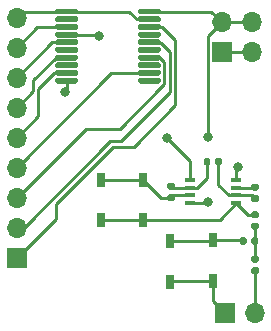
<source format=gbr>
%TF.GenerationSoftware,KiCad,Pcbnew,(5.1.6)-1*%
%TF.CreationDate,2020-09-22T22:17:54+03:00*%
%TF.ProjectId,Tape devboard,54617065-2064-4657-9662-6f6172642e6b,rev?*%
%TF.SameCoordinates,Original*%
%TF.FileFunction,Copper,L1,Top*%
%TF.FilePolarity,Positive*%
%FSLAX46Y46*%
G04 Gerber Fmt 4.6, Leading zero omitted, Abs format (unit mm)*
G04 Created by KiCad (PCBNEW (5.1.6)-1) date 2020-09-22 22:17:54*
%MOMM*%
%LPD*%
G01*
G04 APERTURE LIST*
%TA.AperFunction,ComponentPad*%
%ADD10O,1.700000X1.700000*%
%TD*%
%TA.AperFunction,ComponentPad*%
%ADD11R,1.700000X1.700000*%
%TD*%
%TA.AperFunction,SMDPad,CuDef*%
%ADD12R,0.950000X0.450000*%
%TD*%
%TA.AperFunction,SMDPad,CuDef*%
%ADD13R,0.750000X1.200000*%
%TD*%
%TA.AperFunction,ViaPad*%
%ADD14C,0.800000*%
%TD*%
%TA.AperFunction,Conductor*%
%ADD15C,0.250000*%
%TD*%
G04 APERTURE END LIST*
%TO.P,U10,20*%
%TO.N,+5V*%
%TA.AperFunction,SMDPad,CuDef*%
G36*
G01*
X131201000Y-72384000D02*
X131201000Y-72134000D01*
G75*
G02*
X131326000Y-72009000I125000J0D01*
G01*
X132976000Y-72009000D01*
G75*
G02*
X133101000Y-72134000I0J-125000D01*
G01*
X133101000Y-72384000D01*
G75*
G02*
X132976000Y-72509000I-125000J0D01*
G01*
X131326000Y-72509000D01*
G75*
G02*
X131201000Y-72384000I0J125000D01*
G01*
G37*
%TD.AperFunction*%
%TO.P,U10,19*%
%TO.N,/FE_RD_ENABLED*%
%TA.AperFunction,SMDPad,CuDef*%
G36*
G01*
X131201000Y-73034000D02*
X131201000Y-72784000D01*
G75*
G02*
X131326000Y-72659000I125000J0D01*
G01*
X132976000Y-72659000D01*
G75*
G02*
X133101000Y-72784000I0J-125000D01*
G01*
X133101000Y-73034000D01*
G75*
G02*
X132976000Y-73159000I-125000J0D01*
G01*
X131326000Y-73159000D01*
G75*
G02*
X131201000Y-73034000I0J125000D01*
G01*
G37*
%TD.AperFunction*%
%TO.P,U10,18*%
%TO.N,/D7*%
%TA.AperFunction,SMDPad,CuDef*%
G36*
G01*
X131201000Y-73684000D02*
X131201000Y-73434000D01*
G75*
G02*
X131326000Y-73309000I125000J0D01*
G01*
X132976000Y-73309000D01*
G75*
G02*
X133101000Y-73434000I0J-125000D01*
G01*
X133101000Y-73684000D01*
G75*
G02*
X132976000Y-73809000I-125000J0D01*
G01*
X131326000Y-73809000D01*
G75*
G02*
X131201000Y-73684000I0J125000D01*
G01*
G37*
%TD.AperFunction*%
%TO.P,U10,17*%
%TO.N,N/C*%
%TA.AperFunction,SMDPad,CuDef*%
G36*
G01*
X131201000Y-74334000D02*
X131201000Y-74084000D01*
G75*
G02*
X131326000Y-73959000I125000J0D01*
G01*
X132976000Y-73959000D01*
G75*
G02*
X133101000Y-74084000I0J-125000D01*
G01*
X133101000Y-74334000D01*
G75*
G02*
X132976000Y-74459000I-125000J0D01*
G01*
X131326000Y-74459000D01*
G75*
G02*
X131201000Y-74334000I0J125000D01*
G01*
G37*
%TD.AperFunction*%
%TO.P,U10,16*%
%TO.N,/D6*%
%TA.AperFunction,SMDPad,CuDef*%
G36*
G01*
X131201000Y-74984000D02*
X131201000Y-74734000D01*
G75*
G02*
X131326000Y-74609000I125000J0D01*
G01*
X132976000Y-74609000D01*
G75*
G02*
X133101000Y-74734000I0J-125000D01*
G01*
X133101000Y-74984000D01*
G75*
G02*
X132976000Y-75109000I-125000J0D01*
G01*
X131326000Y-75109000D01*
G75*
G02*
X131201000Y-74984000I0J125000D01*
G01*
G37*
%TD.AperFunction*%
%TO.P,U10,15*%
%TO.N,N/C*%
%TA.AperFunction,SMDPad,CuDef*%
G36*
G01*
X131201000Y-75634000D02*
X131201000Y-75384000D01*
G75*
G02*
X131326000Y-75259000I125000J0D01*
G01*
X132976000Y-75259000D01*
G75*
G02*
X133101000Y-75384000I0J-125000D01*
G01*
X133101000Y-75634000D01*
G75*
G02*
X132976000Y-75759000I-125000J0D01*
G01*
X131326000Y-75759000D01*
G75*
G02*
X131201000Y-75634000I0J125000D01*
G01*
G37*
%TD.AperFunction*%
%TO.P,U10,14*%
%TO.N,/D5*%
%TA.AperFunction,SMDPad,CuDef*%
G36*
G01*
X131201000Y-76284000D02*
X131201000Y-76034000D01*
G75*
G02*
X131326000Y-75909000I125000J0D01*
G01*
X132976000Y-75909000D01*
G75*
G02*
X133101000Y-76034000I0J-125000D01*
G01*
X133101000Y-76284000D01*
G75*
G02*
X132976000Y-76409000I-125000J0D01*
G01*
X131326000Y-76409000D01*
G75*
G02*
X131201000Y-76284000I0J125000D01*
G01*
G37*
%TD.AperFunction*%
%TO.P,U10,13*%
%TO.N,N/C*%
%TA.AperFunction,SMDPad,CuDef*%
G36*
G01*
X131201000Y-76934000D02*
X131201000Y-76684000D01*
G75*
G02*
X131326000Y-76559000I125000J0D01*
G01*
X132976000Y-76559000D01*
G75*
G02*
X133101000Y-76684000I0J-125000D01*
G01*
X133101000Y-76934000D01*
G75*
G02*
X132976000Y-77059000I-125000J0D01*
G01*
X131326000Y-77059000D01*
G75*
G02*
X131201000Y-76934000I0J125000D01*
G01*
G37*
%TD.AperFunction*%
%TO.P,U10,12*%
%TO.N,/D4*%
%TA.AperFunction,SMDPad,CuDef*%
G36*
G01*
X131201000Y-77584000D02*
X131201000Y-77334000D01*
G75*
G02*
X131326000Y-77209000I125000J0D01*
G01*
X132976000Y-77209000D01*
G75*
G02*
X133101000Y-77334000I0J-125000D01*
G01*
X133101000Y-77584000D01*
G75*
G02*
X132976000Y-77709000I-125000J0D01*
G01*
X131326000Y-77709000D01*
G75*
G02*
X131201000Y-77584000I0J125000D01*
G01*
G37*
%TD.AperFunction*%
%TO.P,U10,11*%
%TO.N,N/C*%
%TA.AperFunction,SMDPad,CuDef*%
G36*
G01*
X131201000Y-78234000D02*
X131201000Y-77984000D01*
G75*
G02*
X131326000Y-77859000I125000J0D01*
G01*
X132976000Y-77859000D01*
G75*
G02*
X133101000Y-77984000I0J-125000D01*
G01*
X133101000Y-78234000D01*
G75*
G02*
X132976000Y-78359000I-125000J0D01*
G01*
X131326000Y-78359000D01*
G75*
G02*
X131201000Y-78234000I0J125000D01*
G01*
G37*
%TD.AperFunction*%
%TO.P,U10,10*%
%TO.N,GND*%
%TA.AperFunction,SMDPad,CuDef*%
G36*
G01*
X124201000Y-78234000D02*
X124201000Y-77984000D01*
G75*
G02*
X124326000Y-77859000I125000J0D01*
G01*
X125976000Y-77859000D01*
G75*
G02*
X126101000Y-77984000I0J-125000D01*
G01*
X126101000Y-78234000D01*
G75*
G02*
X125976000Y-78359000I-125000J0D01*
G01*
X124326000Y-78359000D01*
G75*
G02*
X124201000Y-78234000I0J125000D01*
G01*
G37*
%TD.AperFunction*%
%TO.P,U10,9*%
%TO.N,/D3*%
%TA.AperFunction,SMDPad,CuDef*%
G36*
G01*
X124201000Y-77584000D02*
X124201000Y-77334000D01*
G75*
G02*
X124326000Y-77209000I125000J0D01*
G01*
X125976000Y-77209000D01*
G75*
G02*
X126101000Y-77334000I0J-125000D01*
G01*
X126101000Y-77584000D01*
G75*
G02*
X125976000Y-77709000I-125000J0D01*
G01*
X124326000Y-77709000D01*
G75*
G02*
X124201000Y-77584000I0J125000D01*
G01*
G37*
%TD.AperFunction*%
%TO.P,U10,8*%
%TO.N,N/C*%
%TA.AperFunction,SMDPad,CuDef*%
G36*
G01*
X124201000Y-76934000D02*
X124201000Y-76684000D01*
G75*
G02*
X124326000Y-76559000I125000J0D01*
G01*
X125976000Y-76559000D01*
G75*
G02*
X126101000Y-76684000I0J-125000D01*
G01*
X126101000Y-76934000D01*
G75*
G02*
X125976000Y-77059000I-125000J0D01*
G01*
X124326000Y-77059000D01*
G75*
G02*
X124201000Y-76934000I0J125000D01*
G01*
G37*
%TD.AperFunction*%
%TO.P,U10,7*%
%TO.N,/D2*%
%TA.AperFunction,SMDPad,CuDef*%
G36*
G01*
X124201000Y-76284000D02*
X124201000Y-76034000D01*
G75*
G02*
X124326000Y-75909000I125000J0D01*
G01*
X125976000Y-75909000D01*
G75*
G02*
X126101000Y-76034000I0J-125000D01*
G01*
X126101000Y-76284000D01*
G75*
G02*
X125976000Y-76409000I-125000J0D01*
G01*
X124326000Y-76409000D01*
G75*
G02*
X124201000Y-76284000I0J125000D01*
G01*
G37*
%TD.AperFunction*%
%TO.P,U10,6*%
%TO.N,N/C*%
%TA.AperFunction,SMDPad,CuDef*%
G36*
G01*
X124201000Y-75634000D02*
X124201000Y-75384000D01*
G75*
G02*
X124326000Y-75259000I125000J0D01*
G01*
X125976000Y-75259000D01*
G75*
G02*
X126101000Y-75384000I0J-125000D01*
G01*
X126101000Y-75634000D01*
G75*
G02*
X125976000Y-75759000I-125000J0D01*
G01*
X124326000Y-75759000D01*
G75*
G02*
X124201000Y-75634000I0J125000D01*
G01*
G37*
%TD.AperFunction*%
%TO.P,U10,5*%
%TO.N,/D1*%
%TA.AperFunction,SMDPad,CuDef*%
G36*
G01*
X124201000Y-74984000D02*
X124201000Y-74734000D01*
G75*
G02*
X124326000Y-74609000I125000J0D01*
G01*
X125976000Y-74609000D01*
G75*
G02*
X126101000Y-74734000I0J-125000D01*
G01*
X126101000Y-74984000D01*
G75*
G02*
X125976000Y-75109000I-125000J0D01*
G01*
X124326000Y-75109000D01*
G75*
G02*
X124201000Y-74984000I0J125000D01*
G01*
G37*
%TD.AperFunction*%
%TO.P,U10,4*%
%TO.N,/TAPE_IN_DIGIT*%
%TA.AperFunction,SMDPad,CuDef*%
G36*
G01*
X124201000Y-74334000D02*
X124201000Y-74084000D01*
G75*
G02*
X124326000Y-73959000I125000J0D01*
G01*
X125976000Y-73959000D01*
G75*
G02*
X126101000Y-74084000I0J-125000D01*
G01*
X126101000Y-74334000D01*
G75*
G02*
X125976000Y-74459000I-125000J0D01*
G01*
X124326000Y-74459000D01*
G75*
G02*
X124201000Y-74334000I0J125000D01*
G01*
G37*
%TD.AperFunction*%
%TO.P,U10,3*%
%TO.N,/D0*%
%TA.AperFunction,SMDPad,CuDef*%
G36*
G01*
X124201000Y-73684000D02*
X124201000Y-73434000D01*
G75*
G02*
X124326000Y-73309000I125000J0D01*
G01*
X125976000Y-73309000D01*
G75*
G02*
X126101000Y-73434000I0J-125000D01*
G01*
X126101000Y-73684000D01*
G75*
G02*
X125976000Y-73809000I-125000J0D01*
G01*
X124326000Y-73809000D01*
G75*
G02*
X124201000Y-73684000I0J125000D01*
G01*
G37*
%TD.AperFunction*%
%TO.P,U10,2*%
%TO.N,N/C*%
%TA.AperFunction,SMDPad,CuDef*%
G36*
G01*
X124201000Y-73034000D02*
X124201000Y-72784000D01*
G75*
G02*
X124326000Y-72659000I125000J0D01*
G01*
X125976000Y-72659000D01*
G75*
G02*
X126101000Y-72784000I0J-125000D01*
G01*
X126101000Y-73034000D01*
G75*
G02*
X125976000Y-73159000I-125000J0D01*
G01*
X124326000Y-73159000D01*
G75*
G02*
X124201000Y-73034000I0J125000D01*
G01*
G37*
%TD.AperFunction*%
%TO.P,U10,1*%
%TO.N,/FE_RD_ENABLED*%
%TA.AperFunction,SMDPad,CuDef*%
G36*
G01*
X124201000Y-72384000D02*
X124201000Y-72134000D01*
G75*
G02*
X124326000Y-72009000I125000J0D01*
G01*
X125976000Y-72009000D01*
G75*
G02*
X126101000Y-72134000I0J-125000D01*
G01*
X126101000Y-72384000D01*
G75*
G02*
X125976000Y-72509000I-125000J0D01*
G01*
X124326000Y-72509000D01*
G75*
G02*
X124201000Y-72384000I0J125000D01*
G01*
G37*
%TD.AperFunction*%
%TD*%
%TO.P,R35,2*%
%TO.N,Net-(C68-Pad2)*%
%TA.AperFunction,SMDPad,CuDef*%
G36*
G01*
X140924500Y-90129000D02*
X141269500Y-90129000D01*
G75*
G02*
X141417000Y-90276500I0J-147500D01*
G01*
X141417000Y-90571500D01*
G75*
G02*
X141269500Y-90719000I-147500J0D01*
G01*
X140924500Y-90719000D01*
G75*
G02*
X140777000Y-90571500I0J147500D01*
G01*
X140777000Y-90276500D01*
G75*
G02*
X140924500Y-90129000I147500J0D01*
G01*
G37*
%TD.AperFunction*%
%TO.P,R35,1*%
%TO.N,Net-(D2-Pad1)*%
%TA.AperFunction,SMDPad,CuDef*%
G36*
G01*
X140924500Y-89159000D02*
X141269500Y-89159000D01*
G75*
G02*
X141417000Y-89306500I0J-147500D01*
G01*
X141417000Y-89601500D01*
G75*
G02*
X141269500Y-89749000I-147500J0D01*
G01*
X140924500Y-89749000D01*
G75*
G02*
X140777000Y-89601500I0J147500D01*
G01*
X140777000Y-89306500D01*
G75*
G02*
X140924500Y-89159000I147500J0D01*
G01*
G37*
%TD.AperFunction*%
%TD*%
%TO.P,R34,2*%
%TO.N,Net-(C70-Pad1)*%
%TA.AperFunction,SMDPad,CuDef*%
G36*
G01*
X137708000Y-85135500D02*
X137708000Y-84790500D01*
G75*
G02*
X137855500Y-84643000I147500J0D01*
G01*
X138150500Y-84643000D01*
G75*
G02*
X138298000Y-84790500I0J-147500D01*
G01*
X138298000Y-85135500D01*
G75*
G02*
X138150500Y-85283000I-147500J0D01*
G01*
X137855500Y-85283000D01*
G75*
G02*
X137708000Y-85135500I0J147500D01*
G01*
G37*
%TD.AperFunction*%
%TO.P,R34,1*%
%TO.N,Net-(C71-Pad1)*%
%TA.AperFunction,SMDPad,CuDef*%
G36*
G01*
X136738000Y-85135500D02*
X136738000Y-84790500D01*
G75*
G02*
X136885500Y-84643000I147500J0D01*
G01*
X137180500Y-84643000D01*
G75*
G02*
X137328000Y-84790500I0J-147500D01*
G01*
X137328000Y-85135500D01*
G75*
G02*
X137180500Y-85283000I-147500J0D01*
G01*
X136885500Y-85283000D01*
G75*
G02*
X136738000Y-85135500I0J147500D01*
G01*
G37*
%TD.AperFunction*%
%TD*%
D10*
%TO.P,J3,4*%
%TO.N,+5V*%
X140843000Y-73152000D03*
%TO.P,J3,3*%
%TO.N,GND*%
X140843000Y-75692000D03*
%TO.P,J3,2*%
%TO.N,+5V*%
X138303000Y-73152000D03*
D11*
%TO.P,J3,1*%
%TO.N,GND*%
X138303000Y-75692000D03*
%TD*%
D10*
%TO.P,J2,9*%
%TO.N,/FE_RD_ENABLED*%
X120904000Y-72771000D03*
%TO.P,J2,8*%
%TO.N,/D0*%
X120904000Y-75311000D03*
%TO.P,J2,7*%
%TO.N,/D1*%
X120904000Y-77851000D03*
%TO.P,J2,6*%
%TO.N,/D2*%
X120904000Y-80391000D03*
%TO.P,J2,5*%
%TO.N,/D3*%
X120904000Y-82931000D03*
%TO.P,J2,4*%
%TO.N,/D4*%
X120904000Y-85471000D03*
%TO.P,J2,3*%
%TO.N,/D5*%
X120904000Y-88011000D03*
%TO.P,J2,2*%
%TO.N,/D6*%
X120904000Y-90551000D03*
D11*
%TO.P,J2,1*%
%TO.N,/D7*%
X120904000Y-93091000D03*
%TD*%
D10*
%TO.P,J1,2*%
%TO.N,/TAPE_IN*%
X141097000Y-97790000D03*
D11*
%TO.P,J1,1*%
%TO.N,GND*%
X138557000Y-97790000D03*
%TD*%
D12*
%TO.P,IC13,8*%
%TO.N,+5V*%
X135566000Y-88478000D03*
%TO.P,IC13,7*%
%TO.N,Net-(C71-Pad2)*%
X135566000Y-87828000D03*
%TO.P,IC13,6*%
%TO.N,Net-(C71-Pad1)*%
X135566000Y-87178000D03*
%TO.P,IC13,5*%
%TO.N,/TAPE_IN_DIGIT*%
X135566000Y-86528000D03*
%TO.P,IC13,4*%
%TO.N,GND*%
X139516000Y-86528000D03*
%TO.P,IC13,3*%
%TO.N,Net-(C70-Pad2)*%
X139516000Y-87178000D03*
%TO.P,IC13,2*%
%TO.N,Net-(C70-Pad1)*%
X139516000Y-87828000D03*
%TO.P,IC13,1*%
%TO.N,Net-(D2-Pad1)*%
X139516000Y-88478000D03*
%TD*%
D13*
%TO.P,D4,2*%
%TO.N,Net-(D2-Pad1)*%
X128016000Y-89916000D03*
%TO.P,D4,1*%
%TO.N,Net-(C71-Pad2)*%
X128016000Y-86516000D03*
%TD*%
%TO.P,D3,2*%
%TO.N,GND*%
X137541000Y-95045000D03*
%TO.P,D3,1*%
%TO.N,Net-(C68-Pad1)*%
X137541000Y-91645000D03*
%TD*%
%TO.P,D2,2*%
%TO.N,Net-(C71-Pad2)*%
X131572000Y-86487000D03*
%TO.P,D2,1*%
%TO.N,Net-(D2-Pad1)*%
X131572000Y-89887000D03*
%TD*%
%TO.P,D1,2*%
%TO.N,Net-(C68-Pad1)*%
X133858000Y-91723000D03*
%TO.P,D1,1*%
%TO.N,GND*%
X133858000Y-95123000D03*
%TD*%
%TO.P,C71,2*%
%TO.N,Net-(C71-Pad2)*%
%TA.AperFunction,SMDPad,CuDef*%
G36*
G01*
X133812500Y-87716000D02*
X134157500Y-87716000D01*
G75*
G02*
X134305000Y-87863500I0J-147500D01*
G01*
X134305000Y-88158500D01*
G75*
G02*
X134157500Y-88306000I-147500J0D01*
G01*
X133812500Y-88306000D01*
G75*
G02*
X133665000Y-88158500I0J147500D01*
G01*
X133665000Y-87863500D01*
G75*
G02*
X133812500Y-87716000I147500J0D01*
G01*
G37*
%TD.AperFunction*%
%TO.P,C71,1*%
%TO.N,Net-(C71-Pad1)*%
%TA.AperFunction,SMDPad,CuDef*%
G36*
G01*
X133812500Y-86746000D02*
X134157500Y-86746000D01*
G75*
G02*
X134305000Y-86893500I0J-147500D01*
G01*
X134305000Y-87188500D01*
G75*
G02*
X134157500Y-87336000I-147500J0D01*
G01*
X133812500Y-87336000D01*
G75*
G02*
X133665000Y-87188500I0J147500D01*
G01*
X133665000Y-86893500D01*
G75*
G02*
X133812500Y-86746000I147500J0D01*
G01*
G37*
%TD.AperFunction*%
%TD*%
%TO.P,C70,2*%
%TO.N,Net-(C70-Pad2)*%
%TA.AperFunction,SMDPad,CuDef*%
G36*
G01*
X141269500Y-87417000D02*
X140924500Y-87417000D01*
G75*
G02*
X140777000Y-87269500I0J147500D01*
G01*
X140777000Y-86974500D01*
G75*
G02*
X140924500Y-86827000I147500J0D01*
G01*
X141269500Y-86827000D01*
G75*
G02*
X141417000Y-86974500I0J-147500D01*
G01*
X141417000Y-87269500D01*
G75*
G02*
X141269500Y-87417000I-147500J0D01*
G01*
G37*
%TD.AperFunction*%
%TO.P,C70,1*%
%TO.N,Net-(C70-Pad1)*%
%TA.AperFunction,SMDPad,CuDef*%
G36*
G01*
X141269500Y-88387000D02*
X140924500Y-88387000D01*
G75*
G02*
X140777000Y-88239500I0J147500D01*
G01*
X140777000Y-87944500D01*
G75*
G02*
X140924500Y-87797000I147500J0D01*
G01*
X141269500Y-87797000D01*
G75*
G02*
X141417000Y-87944500I0J-147500D01*
G01*
X141417000Y-88239500D01*
G75*
G02*
X141269500Y-88387000I-147500J0D01*
G01*
G37*
%TD.AperFunction*%
%TD*%
%TO.P,C69,2*%
%TO.N,/TAPE_IN*%
%TA.AperFunction,SMDPad,CuDef*%
G36*
G01*
X140924500Y-93893000D02*
X141269500Y-93893000D01*
G75*
G02*
X141417000Y-94040500I0J-147500D01*
G01*
X141417000Y-94335500D01*
G75*
G02*
X141269500Y-94483000I-147500J0D01*
G01*
X140924500Y-94483000D01*
G75*
G02*
X140777000Y-94335500I0J147500D01*
G01*
X140777000Y-94040500D01*
G75*
G02*
X140924500Y-93893000I147500J0D01*
G01*
G37*
%TD.AperFunction*%
%TO.P,C69,1*%
%TO.N,Net-(C68-Pad2)*%
%TA.AperFunction,SMDPad,CuDef*%
G36*
G01*
X140924500Y-92923000D02*
X141269500Y-92923000D01*
G75*
G02*
X141417000Y-93070500I0J-147500D01*
G01*
X141417000Y-93365500D01*
G75*
G02*
X141269500Y-93513000I-147500J0D01*
G01*
X140924500Y-93513000D01*
G75*
G02*
X140777000Y-93365500I0J147500D01*
G01*
X140777000Y-93070500D01*
G75*
G02*
X140924500Y-92923000I147500J0D01*
G01*
G37*
%TD.AperFunction*%
%TD*%
%TO.P,C68,2*%
%TO.N,Net-(C68-Pad2)*%
%TA.AperFunction,SMDPad,CuDef*%
G36*
G01*
X140779000Y-91866500D02*
X140779000Y-91521500D01*
G75*
G02*
X140926500Y-91374000I147500J0D01*
G01*
X141221500Y-91374000D01*
G75*
G02*
X141369000Y-91521500I0J-147500D01*
G01*
X141369000Y-91866500D01*
G75*
G02*
X141221500Y-92014000I-147500J0D01*
G01*
X140926500Y-92014000D01*
G75*
G02*
X140779000Y-91866500I0J147500D01*
G01*
G37*
%TD.AperFunction*%
%TO.P,C68,1*%
%TO.N,Net-(C68-Pad1)*%
%TA.AperFunction,SMDPad,CuDef*%
G36*
G01*
X139809000Y-91866500D02*
X139809000Y-91521500D01*
G75*
G02*
X139956500Y-91374000I147500J0D01*
G01*
X140251500Y-91374000D01*
G75*
G02*
X140399000Y-91521500I0J-147500D01*
G01*
X140399000Y-91866500D01*
G75*
G02*
X140251500Y-92014000I-147500J0D01*
G01*
X139956500Y-92014000D01*
G75*
G02*
X139809000Y-91866500I0J147500D01*
G01*
G37*
%TD.AperFunction*%
%TD*%
D14*
%TO.N,GND*%
X139687300Y-85458300D03*
X125006100Y-79095600D03*
%TO.N,+5V*%
X137127999Y-82848199D03*
X137127999Y-88359999D03*
%TO.N,/TAPE_IN_DIGIT*%
X133604000Y-82931000D03*
X127889000Y-74295000D03*
%TD*%
D15*
%TO.N,Net-(C68-Pad2)*%
X141097000Y-91717000D02*
X141074000Y-91694000D01*
X141097000Y-93218000D02*
X141097000Y-91717000D01*
X141074000Y-90447000D02*
X141097000Y-90424000D01*
X141074000Y-91694000D02*
X141074000Y-90447000D01*
%TO.N,Net-(C68-Pad1)*%
X137463000Y-91723000D02*
X137541000Y-91645000D01*
X133858000Y-91723000D02*
X137463000Y-91723000D01*
X140055000Y-91645000D02*
X140104000Y-91694000D01*
X137541000Y-91645000D02*
X140055000Y-91645000D01*
%TO.N,/TAPE_IN*%
X141097000Y-94188000D02*
X141097000Y-97790000D01*
%TO.N,Net-(C70-Pad2)*%
X141041000Y-87178000D02*
X141097000Y-87122000D01*
X139516000Y-87178000D02*
X141041000Y-87178000D01*
%TO.N,Net-(C70-Pad1)*%
X138880998Y-87828000D02*
X139516000Y-87828000D01*
X138003000Y-86950002D02*
X138880998Y-87828000D01*
X138003000Y-84963000D02*
X138003000Y-86950002D01*
X140833000Y-87828000D02*
X141097000Y-88092000D01*
X139516000Y-87828000D02*
X140833000Y-87828000D01*
%TO.N,Net-(C71-Pad2)*%
X131543000Y-86516000D02*
X131572000Y-86487000D01*
X128016000Y-86516000D02*
X131543000Y-86516000D01*
X135566000Y-87828000D02*
X134168000Y-87828000D01*
X133096000Y-88011000D02*
X131572000Y-86487000D01*
X133985000Y-88011000D02*
X133096000Y-88011000D01*
%TO.N,Net-(C71-Pad1)*%
X136201002Y-87178000D02*
X135566000Y-87178000D01*
X137033000Y-86346002D02*
X136201002Y-87178000D01*
X137033000Y-84963000D02*
X137033000Y-86346002D01*
X135566000Y-87178000D02*
X134122000Y-87178000D01*
%TO.N,GND*%
X137541000Y-95045000D02*
X133936000Y-95045000D01*
X137541000Y-96774000D02*
X138557000Y-97790000D01*
X137541000Y-95045000D02*
X137541000Y-96774000D01*
X139516000Y-85629600D02*
X139687300Y-85458300D01*
X139516000Y-86528000D02*
X139516000Y-85629600D01*
X125151000Y-78950700D02*
X125006100Y-79095600D01*
X125151000Y-78109000D02*
X125151000Y-78950700D01*
X140843000Y-75692000D02*
X138303000Y-75692000D01*
%TO.N,Net-(D2-Pad1)*%
X131543000Y-89916000D02*
X131572000Y-89887000D01*
X128016000Y-89916000D02*
X131543000Y-89916000D01*
X140492000Y-89454000D02*
X139516000Y-88478000D01*
X141097000Y-89454000D02*
X140492000Y-89454000D01*
X138107000Y-89887000D02*
X139516000Y-88478000D01*
X131572000Y-89887000D02*
X138107000Y-89887000D01*
%TO.N,+5V*%
X137410000Y-72259000D02*
X138303000Y-73152000D01*
X132151000Y-72259000D02*
X137410000Y-72259000D01*
X138303000Y-73152000D02*
X140843000Y-73152000D01*
X137127999Y-74327001D02*
X137127999Y-82848199D01*
X138303000Y-73152000D02*
X137127999Y-74327001D01*
X137127999Y-82848199D02*
X137127999Y-82848199D01*
X137009998Y-88478000D02*
X135566000Y-88478000D01*
X137127999Y-88359999D02*
X137009998Y-88478000D01*
%TO.N,/TAPE_IN_DIGIT*%
X135566000Y-86528000D02*
X135566000Y-84893000D01*
X135566000Y-84893000D02*
X133604000Y-82931000D01*
X133604000Y-82931000D02*
X133604000Y-82931000D01*
X127803000Y-74209000D02*
X125151000Y-74209000D01*
X127889000Y-74295000D02*
X127803000Y-74209000D01*
%TO.N,/FE_RD_ENABLED*%
X131064608Y-72909000D02*
X132151000Y-72909000D01*
X130414608Y-72259000D02*
X131064608Y-72909000D01*
X121416000Y-72259000D02*
X125151000Y-72259000D01*
X120904000Y-72771000D02*
X121416000Y-72259000D01*
X125151000Y-72259000D02*
X130414608Y-72259000D01*
%TO.N,/D0*%
X120904000Y-75311000D02*
X122656000Y-73559000D01*
X122656000Y-73559000D02*
X125151000Y-73559000D01*
%TO.N,/D1*%
X123896000Y-74859000D02*
X125151000Y-74859000D01*
X120904000Y-77851000D02*
X123896000Y-74859000D01*
%TO.N,/D2*%
X120904000Y-80391000D02*
X122301705Y-78993295D01*
X122301705Y-78071883D02*
X124214588Y-76159000D01*
X124214588Y-76159000D02*
X125151000Y-76159000D01*
X122301705Y-78993295D02*
X122301705Y-78071883D01*
%TO.N,/D3*%
X124090000Y-77459000D02*
X125151000Y-77459000D01*
X122751715Y-78797285D02*
X124090000Y-77459000D01*
X122751715Y-81083285D02*
X122751715Y-78797285D01*
X120904000Y-82931000D02*
X122751715Y-81083285D01*
%TO.N,/D4*%
X128916000Y-77459000D02*
X132151000Y-77459000D01*
X120904000Y-85471000D02*
X128916000Y-77459000D01*
%TO.N,/D5*%
X133087412Y-76159000D02*
X132151000Y-76159000D01*
X133426010Y-76497598D02*
X133087412Y-76159000D01*
X133426010Y-78420402D02*
X133426010Y-76497598D01*
X133162402Y-78684010D02*
X133151990Y-78684010D01*
X133426010Y-78420402D02*
X133162402Y-78684010D01*
X133151990Y-78684010D02*
X129667000Y-82169000D01*
X126746000Y-82169000D02*
X120904000Y-88011000D01*
X129667000Y-82169000D02*
X126746000Y-82169000D01*
%TO.N,/D6*%
X129736010Y-83242990D02*
X128845599Y-83242991D01*
X132151000Y-74859000D02*
X132151000Y-74874000D01*
X132151000Y-74874000D02*
X132210990Y-74933990D01*
X133876020Y-75647608D02*
X133876020Y-79102980D01*
X133876020Y-79102980D02*
X129736010Y-83242990D01*
X132210990Y-74933990D02*
X133162402Y-74933990D01*
X133162402Y-74933990D02*
X133876020Y-75647608D01*
X121537590Y-90551000D02*
X120904000Y-90551000D01*
X128845599Y-83242991D02*
X121537590Y-90551000D01*
%TO.N,/D7*%
X124206000Y-89789000D02*
X120904000Y-93091000D01*
X129032000Y-83693000D02*
X124206000Y-88519000D01*
X133237392Y-73559000D02*
X134326029Y-74647637D01*
X132151000Y-73559000D02*
X133237392Y-73559000D01*
X134326029Y-80176971D02*
X130810000Y-83693000D01*
X124206000Y-88519000D02*
X124206000Y-89789000D01*
X134326029Y-74647637D02*
X134326029Y-80176971D01*
X130810000Y-83693000D02*
X129032000Y-83693000D01*
%TD*%
M02*

</source>
